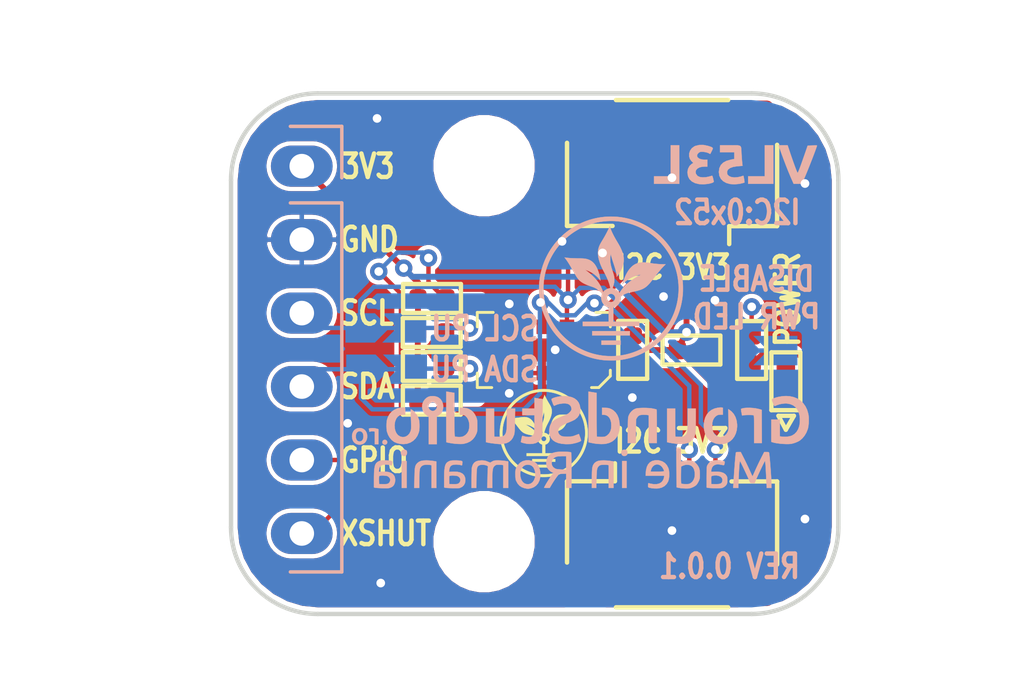
<source format=kicad_pcb>
(kicad_pcb (version 20211014) (generator pcbnew)
  (layers (0 "F.Cu" signal) (31 "B.Cu" signal) (34 "B.Paste" user) (35 "F.Paste" user) (36 "B.SilkS" user "B.Silkscreen") (37 "F.SilkS" user "F.Silkscreen") (38 "B.Mask" user) (39 "F.Mask" user) (44 "Edge.Cuts" user))
  (net 0 "")
  (net 1 "GND")
  (net 2 "+3V3")
  (net 3 "Net-(D1-Pad1)")
  (net 4 "Net-(J1-Pad2)")
  (net 5 "SCL")
  (net 6 "Net-(J2-Pad2)")
  (net 7 "SDA")
  (net 8 "Net-(J3-Pad2)")
  (net 9 "XSHUT")
  (net 10 "GPIO1")
  (net 11 "Net-(U1-Pad8)")
  (footprint "GS_Local:SH__1x04_P1.00mm_Horizontal" (layer "F.Cu") (at 132.18394 97.2278)
    (fp_text reference "X1")
    (fp_text value "SH_1x04_P1.0_H")
    (pad "0" smd roundrect locked (at 2.9972 0.127) (size 1 4.199999) (layers "F.Cu" "F.Paste" "F.Mask") (roundrect_rratio 0.208) (net 1 "GND"))
    (pad "0" smd roundrect locked (at -2.9972 0.1524) (size 1 4.199999) (layers "F.Cu" "F.Paste" "F.Mask") (roundrect_rratio 0.208) (net 1 "GND"))
    (pad "1" smd roundrect locked (at -1.5 -1.8796) (size 0.6 1.8) (layers "F.Cu" "F.Paste" "F.Mask") (net 1 "GND"))
    (pad "2" smd roundrect locked (at -0.5 -1.8796) (size 0.6 1.8) (layers "F.Cu" "F.Paste" "F.Mask") (net 2 "+3V3"))
    (pad "3" smd roundrect locked (at 0.5 -1.8796) (size 0.6 1.8) (layers "F.Cu" "F.Paste" "F.Mask") (net 7 "SDA"))
    (pad "4" smd roundrect locked (at 1.5 -1.8796) (size 0.6 1.8) (layers "F.Cu" "F.Paste" "F.Mask") (net 5 "SCL"))
  )
  (footprint "GS_Local:SH__1x04_P1.00mm_Horizontal" (layer "F.Cu") (at 132.18394 84.2278 180)
    (fp_text reference "X2")
    (fp_text value "SH_1x04_P1.0_H")
    (pad "0" smd roundrect locked (at 2.9972 0.127 180) (size 1 4.199999) (layers "F.Cu" "F.Paste" "F.Mask") (roundrect_rratio 0.208) (net 1 "GND"))
    (pad "0" smd roundrect locked (at -2.9972 0.1524 180) (size 1 4.199999) (layers "F.Cu" "F.Paste" "F.Mask") (roundrect_rratio 0.208) (net 1 "GND"))
    (pad "1" smd roundrect locked (at -1.5 -1.8796 180) (size 0.6 1.8) (layers "F.Cu" "F.Paste" "F.Mask") (net 1 "GND"))
    (pad "2" smd roundrect locked (at -0.5 -1.8796 180) (size 0.6 1.8) (layers "F.Cu" "F.Paste" "F.Mask") (net 2 "+3V3"))
    (pad "3" smd roundrect locked (at 0.5 -1.8796 180) (size 0.6 1.8) (layers "F.Cu" "F.Paste" "F.Mask") (net 7 "SDA"))
    (pad "4" smd roundrect locked (at 1.5 -1.8796 180) (size 0.6 1.8) (layers "F.Cu" "F.Paste" "F.Mask") (net 5 "SCL"))
  )
  (footprint "GS_Local:SCREW_M3" (layer "F.Cu") (at 125.68394 84.2278)
    (fp_text reference "REF**")
    (fp_text value "SCREW_M3")
    (pad "" np_thru_hole circle locked (at 0 0) (size 3.2 3.2) (drill 3.2) (layers *.Cu *.Mask))
  )
  (footprint "GS_Local:SCREW_M3" (layer "F.Cu") (at 125.68394 97.2278)
    (fp_text reference "REF**")
    (fp_text value "SCREW_M3")
    (pad "" np_thru_hole circle locked (at 0 0) (size 3.2 3.2) (drill 3.2) (layers *.Cu *.Mask))
  )
  (footprint "GS_Local:C_0402" (layer "F.Cu") (at 130.8227 90.59672 -90)
    (fp_text reference "C2")
    (fp_text value "C_0402_100nF_16V")
    (pad "1" smd roundrect locked (at -0.485 0 270) (size 0.59 0.64) (layers "F.Cu" "F.Paste" "F.Mask") (net 1 "GND"))
    (pad "2" smd roundrect locked (at 0.485 0 270) (size 0.59 0.64) (layers "F.Cu" "F.Paste" "F.Mask") (net 2 "+3V3"))
  )
  (footprint "GS_Local:R_0402" (layer "F.Cu") (at 123.8758 91.16822)
    (fp_text reference "R3")
    (fp_text value "R_0402_2.2k")
    (pad "1" smd roundrect locked (at -0.485 0) (size 0.59 0.64) (layers "F.Cu" "F.Paste" "F.Mask") (net 2 "+3V3"))
    (pad "2" smd roundrect locked (at 0.485 0) (size 0.59 0.64) (layers "F.Cu" "F.Paste" "F.Mask") (net 8 "Net-(J3-Pad2)"))
  )
  (footprint "GS_Local:C_0402" (layer "F.Cu") (at 132.8547 90.6018)
    (fp_text reference "C1")
    (fp_text value "C_0402_4.7uF_16V")
    (pad "1" smd roundrect locked (at -0.485 0) (size 0.59 0.64) (layers "F.Cu" "F.Paste" "F.Mask") (net 2 "+3V3"))
    (pad "2" smd roundrect locked (at 0.485 0) (size 0.59 0.64) (layers "F.Cu" "F.Paste" "F.Mask") (net 1 "GND"))
  )
  (footprint "GS_Local:LED_0402" (layer "F.Cu") (at 136.1186 91.6813 90)
    (fp_text reference "D1")
    (fp_text value "LED_0402_RED")
    (pad "1" smd roundrect locked (at -0.485 0 90) (size 0.59 0.64) (layers "F.Cu" "F.Paste" "F.Mask") (net 3 "Net-(D1-Pad1)"))
    (pad "2" smd roundrect locked (at 0.485 0 90) (size 0.59 0.64) (layers "F.Cu" "F.Paste" "F.Mask") (net 2 "+3V3"))
  )
  (footprint "GS_Local:R_0402" (layer "F.Cu") (at 123.88342 88.81872)
    (fp_text reference "R5")
    (fp_text value "R_0402_10k")
    (pad "1" smd roundrect locked (at -0.485 0) (size 0.59 0.64) (layers "F.Cu" "F.Paste" "F.Mask") (net 2 "+3V3"))
    (pad "2" smd roundrect locked (at 0.485 0) (size 0.59 0.64) (layers "F.Cu" "F.Paste" "F.Mask") (net 10 "GPIO1"))
  )
  (footprint "GS_Local:R_0402" (layer "F.Cu") (at 123.8758 92.33408)
    (fp_text reference "R4")
    (fp_text value "R_0402_10k")
    (pad "1" smd roundrect locked (at -0.485 0) (size 0.59 0.64) (layers "F.Cu" "F.Paste" "F.Mask") (net 2 "+3V3"))
    (pad "2" smd roundrect locked (at 0.485 0) (size 0.59 0.64) (layers "F.Cu" "F.Paste" "F.Mask") (net 9 "XSHUT"))
  )
  (footprint "GS_Local:R_0402" (layer "F.Cu") (at 123.87326 89.99474)
    (fp_text reference "R2")
    (fp_text value "R_0402_2.2k")
    (pad "1" smd roundrect locked (at -0.485 0) (size 0.59 0.64) (layers "F.Cu" "F.Paste" "F.Mask") (net 2 "+3V3"))
    (pad "2" smd roundrect locked (at 0.485 0) (size 0.59 0.64) (layers "F.Cu" "F.Paste" "F.Mask") (net 6 "Net-(J2-Pad2)"))
  )
  (footprint "GS_Local:R_0402" (layer "F.Cu") (at 134.93496 90.59912 90)
    (fp_text reference "R1")
    (fp_text value "R_0402_10k")
    (pad "1" smd roundrect locked (at -0.485 0 90) (size 0.59 0.64) (layers "F.Cu" "F.Paste" "F.Mask") (net 3 "Net-(D1-Pad1)"))
    (pad "2" smd roundrect locked (at 0.485 0 90) (size 0.59 0.64) (layers "F.Cu" "F.Paste" "F.Mask") (net 4 "Net-(J1-Pad2)"))
  )
  (footprint "GS_Branding:GS_Logo2_3x3" (layer "F.Cu") (at 127.7493 93.472)
    (fp_text reference "G***")
    (fp_text value "LOGO")
  )
  (footprint "GS_Local:VL53L0CXV0DH_1" (layer "F.Cu") (at 127.7493 90.59926 180)
    (fp_text reference "U1")
    (fp_text value "VL53L0CXV0DH/1")
    (pad "1" smd rect locked (at -1.6 -0.8 180) (size 0.5 0.5) (layers "F.Cu" "F.Paste" "F.Mask") (net 2 "+3V3"))
    (pad "2" smd rect locked (at -0.8 -0.8 180) (size 0.5 0.5) (layers "F.Cu" "F.Paste" "F.Mask") (net 1 "GND"))
    (pad "3" smd rect locked (at 0 -0.8 180) (size 0.5 0.5) (layers "F.Cu" "F.Paste" "F.Mask") (net 1 "GND"))
    (pad "4" smd rect locked (at 0.8 -0.8 180) (size 0.5 0.5) (layers "F.Cu" "F.Paste" "F.Mask") (net 1 "GND"))
    (pad "5" smd rect locked (at 1.6 -0.8 180) (size 0.5 0.5) (layers "F.Cu" "F.Paste" "F.Mask") (net 9 "XSHUT"))
    (pad "6" smd rect locked (at 1.6 0 180) (size 0.5 0.5) (layers "F.Cu" "F.Paste" "F.Mask") (net 1 "GND"))
    (pad "7" smd rect locked (at 1.6 0.8 180) (size 0.5 0.5) (layers "F.Cu" "F.Paste" "F.Mask") (net 10 "GPIO1"))
    (pad "8" smd rect locked (at 0.8 0.8 180) (size 0.5 0.5) (layers "F.Cu" "F.Paste" "F.Mask") (net 11 "Net-(U1-Pad8)"))
    (pad "9" smd rect locked (at 0 0.8 180) (size 0.5 0.5) (layers "F.Cu" "F.Paste" "F.Mask") (net 7 "SDA"))
    (pad "10" smd rect locked (at -0.8 0.8 180) (size 0.5 0.5) (layers "F.Cu" "F.Paste" "F.Mask") (net 5 "SCL"))
    (pad "11" smd rect locked (at -1.6 0.8 180) (size 0.5 0.5) (layers "F.Cu" "F.Paste" "F.Mask") (net 2 "+3V3"))
    (pad "12" smd rect locked (at -1.6 0 180) (size 0.5 0.5) (layers "F.Cu" "F.Paste" "F.Mask") (net 1 "GND"))
  )
  (footprint "GS_Local:SolderJumper_NC" (layer "B.Cu") (at 135.12038 90.61958)
    (fp_text reference "J1")
    (fp_text value "Cut to disable PWR LED")
    (fp_line (start 0.05334 0) (end 0.30988 0) (layer "B.Cu") (width 0.1524))
    (pad "1" smd custom locked (at -0.889 0) (size 0.9906 0.9906) (layers "B.Cu" "B.Mask") (net 1 "GND") (options (clearance outline) (anchor rect)) (primitives (gr_poly (pts (xy -0.508 0.508) (xy 0.508 0.508) (xy 1.016 0) (xy 0.508 -0.508) (xy -0.508 -0.508)) (width 0) (fill yes))))
    (pad "2" smd custom locked (at 0.889 0 180) (size 0.9906 0.9906) (layers "B.Cu" "B.Mask") (net 4 "Net-(J1-Pad2)") (options (clearance outline) (anchor rect)) (primitives (gr_poly (pts (xy -0.508 0.508) (xy 1.016 0.508) (xy 0.508 0) (xy 1.016 -0.508) (xy -0.508 -0.508)) (width 0) (fill yes))))
  )
  (footprint "GS_Local:SolderJumper_NC" (layer "B.Cu") (at 122.2883 89.83726)
    (fp_text reference "J2")
    (fp_text value "~")
    (fp_line (start 0.05334 0) (end 0.30988 0) (layer "B.Cu") (width 0.1524))
    (pad "1" smd custom locked (at -0.889 0) (size 0.9906 0.9906) (layers "B.Cu" "B.Mask") (net 5 "SCL") (options (clearance outline) (anchor rect)) (primitives (gr_poly (pts (xy -0.508 0.508) (xy 0.508 0.508) (xy 1.016 0) (xy 0.508 -0.508) (xy -0.508 -0.508)) (width 0) (fill yes))))
    (pad "2" smd custom locked (at 0.889 0 180) (size 0.9906 0.9906) (layers "B.Cu" "B.Mask") (net 6 "Net-(J2-Pad2)") (options (clearance outline) (anchor rect)) (primitives (gr_poly (pts (xy -0.508 0.508) (xy 1.016 0.508) (xy 0.508 0) (xy 1.016 -0.508) (xy -0.508 -0.508)) (width 0) (fill yes))))
  )
  (footprint "GS_Local:SolderJumper_NC" (layer "B.Cu") (at 122.3137 91.26474)
    (fp_text reference "J3")
    (fp_text value "~")
    (fp_line (start 0.05334 0) (end 0.30988 0) (layer "B.Cu") (width 0.1524))
    (pad "1" smd custom locked (at -0.889 0) (size 0.9906 0.9906) (layers "B.Cu" "B.Mask") (net 7 "SDA") (options (clearance outline) (anchor rect)) (primitives (gr_poly (pts (xy -0.508 0.508) (xy 0.508 0.508) (xy 1.016 0) (xy 0.508 -0.508) (xy -0.508 -0.508)) (width 0) (fill yes))))
    (pad "2" smd custom locked (at 0.889 0 180) (size 0.9906 0.9906) (layers "B.Cu" "B.Mask") (net 8 "Net-(J3-Pad2)") (options (clearance outline) (anchor rect)) (primitives (gr_poly (pts (xy -0.508 0.508) (xy 1.016 0.508) (xy 0.508 0) (xy 1.016 -0.508) (xy -0.508 -0.508)) (width 0) (fill yes))))
  )
  (footprint "GS_Local:PinHeader_1x06_P2.54mm_Vertical_Male" (layer "B.Cu") (at 119.38 84.24418 180)
    (fp_text reference "J4")
    (fp_text value "PinHeader_1x06_P2.54_V_M")
    (pad "1" thru_hole oval locked (at 0 0 180) (size 2.1336 1.4224) (drill 0.849884) (layers *.Cu *.Mask) (net 2 "+3V3"))
    (pad "2" thru_hole oval locked (at 0 -2.54 180) (size 2.1336 1.4224) (drill 0.849884) (layers *.Cu *.Mask) (net 1 "GND"))
    (pad "3" thru_hole oval locked (at 0 -5.08 180) (size 2.1336 1.4224) (drill 0.849884) (layers *.Cu *.Mask) (net 5 "SCL"))
    (pad "4" thru_hole oval locked (at 0 -7.62 180) (size 2.1336 1.4224) (drill 0.849884) (layers *.Cu *.Mask) (net 7 "SDA"))
    (pad "5" thru_hole oval locked (at 0 -10.16 180) (size 2.1336 1.4224) (drill 0.849884) (layers *.Cu *.Mask) (net 10 "GPIO1"))
    (pad "6" thru_hole oval locked (at 0 -12.7 180) (size 2.1336 1.4224) (drill 0.849884) (layers *.Cu *.Mask) (net 9 "XSHUT"))
  )
  (footprint "GS_Branding:GS_.ro_1.2x0.6" (layer "B.Cu") (at 121.72696 93.5863 180)
    (fp_text reference "G***")
    (fp_text value "LOGO")
  )
  (footprint "GS_Branding:GS_GroundStudio_14.6x1.8" (layer "B.Cu") (at 129.61112 92.94114 180)
    (fp_text reference "G***")
    (fp_text value "LOGO")
  )
  (footprint "GS_Branding:GS_Made in Romania_13.8x1.4" (layer "B.Cu") (at 128.76276 94.6785 180)
    (fp_text reference "G***")
    (fp_text value "LOGO")
  )
  (footprint "GS_Branding:GS_Logo2_5x5" (layer "B.Cu") (at 130.0734 88.47582 180)
    (fp_text reference "G***")
    (fp_text value "LOGO")
  )
  (footprint "GS_Branding:VL53L0CX" (layer "B.Cu") (at 132.55244 84.19846 180)
    (fp_text reference "G***")
    (fp_text value "LOGO")
  )
  (gr_line (start 116.93394 96.7278) (end 116.93394 84.7278) (layer "Edge.Cuts") (width 0.1524))
  (gr_line (start 137.93394 84.7278) (end 137.93394 96.7278) (layer "Edge.Cuts") (width 0.1524))
  (gr_arc (start 116.93394 84.7278) (mid 117.81262 82.60648) (end 119.93394 81.7278) (layer "Edge.Cuts") (width 0.1524))
  (gr_arc (start 119.93394 99.7278) (mid 117.81262 98.84912) (end 116.93394 96.7278) (layer "Edge.Cuts") (width 0.1524))
  (gr_arc (start 137.93394 96.7278) (mid 137.05526 98.84912) (end 134.93394 99.7278) (layer "Edge.Cuts") (width 0.1524))
  (gr_line (start 119.93394 81.7278) (end 134.93394 81.7278) (layer "Edge.Cuts") (width 0.1524))
  (gr_line (start 134.93394 99.7278) (end 119.93394 99.7278) (layer "Edge.Cuts") (width 0.1524))
  (gr_arc (start 134.93394 81.7278) (mid 137.05526 82.60648) (end 137.93394 84.7278) (layer "Edge.Cuts") (width 0.1524))
  (gr_text "DISABLE\nPWR LED" (at 135.1026 88.80094) (layer "B.SilkS") (effects (font (size 0.8128 0.6604) (thickness 0.1524)) (justify mirror)))
  (gr_text "SDA PU" (at 125.7046 91.2749) (layer "B.SilkS") (effects (font (size 0.8128 0.6604) (thickness 0.1524)) (justify mirror)))
  (gr_text "SCL PU" (at 125.71476 89.86266) (layer "B.SilkS") (effects (font (size 0.8128 0.6604) (thickness 0.1524)) (justify mirror)))
  (gr_text "I2C:0x52" (at 134.43712 85.84438) (layer "B.SilkS") (effects (font (size 0.8128 0.6604) (thickness 0.1524)) (justify mirror)))
  (gr_text "REV 0.0.1" (at 134.16788 98.0821) (layer "B.SilkS") (effects (font (size 0.8128 0.6604) (thickness 0.1524)) (justify mirror)))
  (gr_text "POWER" (at 136.17956 88.84666 90) (layer "F.SilkS") (effects (font (size 0.8128 0.635) (thickness 0.1524))))
  (gr_text "GND" (at 121.71426 86.78164) (layer "F.SilkS") (effects (font (size 0.8128 0.6604) (thickness 0.1524))))
  (gr_text "SCL" (at 121.63298 89.32418) (layer "F.SilkS") (effects (font (size 0.8128 0.6604) (thickness 0.1524))))
  (gr_text "SDA" (at 121.64822 91.86418) (layer "F.SilkS") (effects (font (size 0.8128 0.6604) (thickness 0.1524))))
  (gr_text "GPIO" (at 121.86666 94.41434) (layer "F.SilkS") (effects (font (size 0.8128 0.6604) (thickness 0.1524))))
  (gr_text "XSHUT" (at 122.2629 96.94418) (layer "F.SilkS") (effects (font (size 0.8128 0.6604) (thickness 0.1524))))
  (gr_text "I2C 3V3" (at 132.23748 87.73922) (layer "F.SilkS") (effects (font (size 0.8128 0.6604) (thickness 0.1524))))
  (gr_text "3V3" (at 121.66092 84.24926) (layer "F.SilkS") (effects (font (size 0.8128 0.6604) (thickness 0.1524))))
  (gr_text "I2C 3V3" (at 132.18668 93.74418) (layer "F.SilkS") (effects (font (size 0.8128 0.6604) (thickness 0.1524))))
  (via (at 131.8895 88.75268) (size 0.6) (drill 0.3) (layers "F.Cu" "B.Cu") (net 1))
  (via (at 133.6675 88.87968) (size 0.6) (drill 0.3) (layers "F.Cu" "B.Cu") (net 1))
  (via (at 122.1105 98.65868) (size 0.6) (drill 0.3) (layers "F.Cu" "B.Cu") (net 1))
  (via (at 121.9835 82.59318) (size 0.6) (drill 0.3) (layers "F.Cu" "B.Cu") (net 1))
  (via (at 130.81 92.24518) (size 0.6) (drill 0.3) (layers "F.Cu" "B.Cu") (net 1))
  (via (at 126.5555 89.00668) (size 0.6) (drill 0.3) (layers "F.Cu" "B.Cu") (net 1))
  (via (at 126.55296 92.09786) (size 0.6) (drill 0.3) (layers "F.Cu" "B.Cu") (net 1))
  (via (at 129.78 87.24418) (size 0.6) (drill 0.3) (layers "F.Cu" "B.Cu") (net 1))
  (via (at 128.38 86.84418) (size 0.6) (drill 0.3) (layers "F.Cu" "B.Cu") (net 1))
  (via (at 136.78 84.84418) (size 0.6) (drill 0.3) (layers "F.Cu" "B.Cu") (net 1))
  (via (at 136.78 96.44418) (size 0.6) (drill 0.3) (layers "F.Cu" "B.Cu") (net 1))
  (via (at 132.18 84.64418) (size 0.6) (drill 0.3) (layers "F.Cu" "B.Cu") (net 1))
  (via (at 132.18 96.84418) (size 0.6) (drill 0.3) (layers "F.Cu" "B.Cu") (net 1))
  (via (at 120.9675 93.13418) (size 0.6) (drill 0.3) (layers "F.Cu" "B.Cu") (net 1))
  (via (at 128.143 90.59418) (size 0.6) (drill 0.3) (layers "F.Cu" "B.Cu") (net 1))
  (segment (start 122.90425 87.76843) (end 119.38 84.24418) (width 0.2032) (layer "F.Cu") (net 2))
  (segment (start 132.0672 90.6018) (end 131.30262 90.6018) (width 0.2032) (layer "F.Cu") (net 2))
  (segment (start 131.30262 90.6018) (end 130.8227 91.08172) (width 0.2032) (layer "F.Cu") (net 2))
  (segment (start 123.3908 89.99728) (end 123.38826 89.99474) (width 0.2032) (layer "F.Cu") (net 2))
  (segment (start 123.3908 91.16822) (end 123.3908 89.99728) (width 0.2032) (layer "F.Cu") (net 2))
  (segment (start 132.0672 90.6018) (end 132.4229 90.6018) (width 0.2032) (layer "F.Cu") (net 2))
  (segment (start 132.4229 90.6018) (end 133.506729 91.685629) (width 0.2032) (layer "F.Cu") (net 2))
  (segment (start 123.39842 88.81872) (end 123.39842 89.98458) (width 0.2032) (layer "F.Cu") (net 2))
  (segment (start 132.0672 90.6018) (end 132.3697 90.6018) (width 0.2032) (layer "F.Cu") (net 2))
  (segment (start 131.68394 95.3482) (end 131.68394 91.94296) (width 0.2032) (layer "F.Cu") (net 2))
  (segment (start 123.39842 88.81872) (end 123.39842 88.2626) (width 0.2032) (layer "F.Cu") (net 2))
  (segment (start 133.506729 91.685629) (end 135.629271 91.685629) (width 0.2032) (layer "F.Cu") (net 2))
  (segment (start 129.3493 89.79926) (end 129.54024 89.79926) (width 0.2032) (layer "F.Cu") (net 2))
  (segment (start 132.68394 89.98506) (end 132.68394 86.1074) (width 0.2032) (layer "F.Cu") (net 2))
  (segment (start 132.3697 90.6018) (end 132.68394 89.98506) (width 0.2032) (layer "F.Cu") (net 2))
  (segment (start 123.39842 88.2626) (end 122.90425 87.76843) (width 0.2032) (layer "F.Cu") (net 2))
  (segment (start 123.39842 89.98458) (end 123.38826 89.99474) (width 0.2032) (layer "F.Cu") (net 2))
  (segment (start 130.50516 91.39926) (end 130.8227 91.08172) (width 0.2032) (layer "F.Cu") (net 2))
  (segment (start 123.3908 92.33408) (end 123.3908 91.16822) (width 0.2032) (layer "F.Cu") (net 2))
  (segment (start 131.68394 91.94296) (end 130.8227 91.08172) (width 0.2032) (layer "F.Cu") (net 2))
  (segment (start 129.54024 89.79926) (end 130.8227 91.08172) (width 0.2032) (layer "F.Cu") (net 2))
  (segment (start 135.629271 91.685629) (end 136.1186 91.1963) (width 0.2032) (layer "F.Cu") (net 2))
  (segment (start 129.3493 91.39926) (end 130.50516 91.39926) (width 0.2032) (layer "F.Cu") (net 2))
  (via (at 132.68394 89.98506) (size 0.6) (drill 0.3) (layers "F.Cu" "B.Cu") (net 2))
  (via (at 122.90425 87.76843) (size 0.6) (drill 0.3) (layers "F.Cu" "B.Cu") (net 2))
  (segment (start 123.204249 88.068429) (end 129.998749 88.068429) (width 0.2032) (layer "B.Cu") (net 2))
  (segment (start 122.90425 87.76843) (end 123.204249 88.068429) (width 0.2032) (layer "B.Cu") (net 2))
  (segment (start 131.91538 89.98506) (end 132.68394 89.98506) (width 0.2032) (layer "B.Cu") (net 2))
  (segment (start 129.998749 88.068429) (end 131.91538 89.98506) (width 0.2032) (layer "B.Cu") (net 2))
  (segment (start 136.66721 91.61769) (end 136.1186 92.1663) (width 0.1524) (layer "F.Cu") (net 3))
  (segment (start 135.34639 90.67269) (end 136.44689 90.67269) (width 0.1524) (layer "F.Cu") (net 3))
  (segment (start 136.66721 90.89301) (end 136.66721 91.61769) (width 0.1524) (layer "F.Cu") (net 3))
  (segment (start 136.44689 90.67269) (end 136.66721 90.89301) (width 0.1524) (layer "F.Cu") (net 3))
  (segment (start 134.93496 91.08412) (end 135.34639 90.67269) (width 0.1524) (layer "F.Cu") (net 3))
  (segment (start 134.93496 89.11082) (end 134.9375 89.10828) (width 0.1524) (layer "F.Cu") (net 4))
  (segment (start 134.93496 90.11412) (end 134.93496 89.11082) (width 0.1524) (layer "F.Cu") (net 4))
  (via (at 134.9375 89.10828) (size 0.6) (drill 0.3) (layers "F.Cu" "B.Cu") (net 4))
  (segment (start 135.6868 89.10828) (end 136.00938 89.43086) (width 0.1524) (layer "B.Cu") (net 4))
  (segment (start 134.9375 89.10828) (end 135.6868 89.10828) (width 0.1524) (layer "B.Cu") (net 4))
  (segment (start 136.00938 89.43086) (end 136.00938 90.61958) (width 0.1524) (layer "B.Cu") (net 4))
  (segment (start 130.11678 86.1074) (end 128.5875 87.63668) (width 0.1524) (layer "F.Cu") (net 5))
  (segment (start 128.5875 87.63668) (end 128.5875 88.86698) (width 0.1524) (layer "F.Cu") (net 5))
  (segment (start 128.5493 88.90518) (end 128.5875 88.86698) (width 0.1524) (layer "F.Cu") (net 5))
  (segment (start 133.68394 94.04418) (end 133.68394 95.3482) (width 0.1524) (layer "F.Cu") (net 5))
  (segment (start 130.68394 86.1074) (end 130.11678 86.1074) (width 0.1524) (layer "F.Cu") (net 5))
  (segment (start 128.5493 89.79926) (end 128.5493 88.90518) (width 0.1524) (layer "F.Cu") (net 5))
  (via (at 133.68394 94.04418) (size 0.6) (drill 0.3) (layers "F.Cu" "B.Cu") (net 5))
  (via (at 128.5875 88.86698) (size 0.6) (drill 0.3) (layers "F.Cu" "B.Cu") (net 5))
  (segment (start 121.3993 89.83726) (end 119.89308 89.83726) (width 0.1524) (layer "B.Cu") (net 5))
  (segment (start 128.135099 88.414579) (end 121.877101 88.414579) (width 0.1524) (layer "B.Cu") (net 5))
  (segment (start 119.89308 89.83726) (end 119.38 89.32418) (width 0.1524) (layer "B.Cu") (net 5))
  (segment (start 129.002667 88.451813) (end 129.8187 88.451813) (width 0.1524) (layer "B.Cu") (net 5))
  (segment (start 133.68394 93.619916) (end 133.68394 94.04418) (width 0.1524) (layer "B.Cu") (net 5))
  (segment (start 121.877101 88.414579) (end 121.3993 88.89238) (width 0.1524) (layer "B.Cu") (net 5))
  (segment (start 121.3993 88.89238) (end 121.3993 89.83726) (width 0.1524) (layer "B.Cu") (net 5))
  (segment (start 133.18 93.115976) (end 133.68394 93.619916) (width 0.1524) (layer "B.Cu") (net 5))
  (segment (start 128.5875 88.86698) (end 129.002667 88.451813) (width 0.1524) (layer "B.Cu") (net 5))
  (segment (start 128.5875 88.86698) (end 128.135099 88.414579) (width 0.1524) (layer "B.Cu") (net 5))
  (segment (start 129.8187 88.451813) (end 133.18 91.813113) (width 0.1524) (layer "B.Cu") (net 5))
  (segment (start 133.18 91.813113) (end 133.18 93.115976) (width 0.1524) (layer "B.Cu") (net 5))
  (segment (start 124.50882 89.84418) (end 124.35826 89.99474) (width 0.1524) (layer "F.Cu") (net 6))
  (segment (start 125.18 89.84418) (end 124.50882 89.84418) (width 0.1524) (layer "F.Cu") (net 6))
  (via (at 125.18 89.84418) (size 0.6) (drill 0.3) (layers "F.Cu" "B.Cu") (net 6))
  (segment (start 125.17308 89.83726) (end 125.18 89.84418) (width 0.1524) (layer "B.Cu") (net 6))
  (segment (start 123.1773 89.83726) (end 125.17308 89.83726) (width 0.1524) (layer "B.Cu") (net 6))
  (segment (start 130.043766 88.980414) (end 129.501034 88.980414) (width 0.1524) (layer "F.Cu") (net 7))
  (segment (start 132.78 95.25214) (end 132.68394 95.3482) (width 0.1524) (layer "F.Cu") (net 7))
  (segment (start 132.78 94.04418) (end 132.78 95.25214) (width 0.1524) (layer "F.Cu") (net 7))
  (segment (start 127.7493 89.79926) (end 127.7493 89.07018) (width 0.1524) (layer "F.Cu") (net 7))
  (segment (start 127.7493 89.07018) (end 127.635 88.95588) (width 0.1524) (layer "F.Cu") (net 7))
  (segment (start 131.68394 86.1074) (end 131.68394 87.34024) (width 0.1524) (layer "F.Cu") (net 7))
  (segment (start 131.68394 87.34024) (end 130.043766 88.980414) (width 0.1524) (layer "F.Cu") (net 7))
  (via (at 132.78 94.04418) (size 0.6) (drill 0.3) (layers "F.Cu" "B.Cu") (net 7))
  (via (at 129.501034 88.980414) (size 0.6) (drill 0.3) (layers "F.Cu" "B.Cu") (net 7))
  (via (at 127.635 88.95588) (size 0.6) (drill 0.3) (layers "F.Cu" "B.Cu") (net 7))
  (segment (start 121.8184 92.65158) (end 127.07112 92.65158) (width 0.1524) (layer "B.Cu") (net 7))
  (segment (start 129.501034 88.980414) (end 129.916234 88.980414) (width 0.1524) (layer "B.Cu") (net 7))
  (segment (start 128.3462 89.40038) (end 128.8288 89.40038) (width 0.1524) (layer "B.Cu") (net 7))
  (segment (start 121.4247 91.26474) (end 121.4247 92.25788) (width 0.1524) (layer "B.Cu") (net 7))
  (segment (start 121.4247 91.26474) (end 119.97944 91.26474) (width 0.1524) (layer "B.Cu") (net 7))
  (segment (start 127.614399 88.976481) (end 127.635 88.95588) (width 0.1524) (layer "B.Cu") (net 7))
  (segment (start 119.97944 91.26474) (end 119.38 91.86418) (width 0.1524) (layer "B.Cu") (net 7))
  (segment (start 127.635 88.95588) (end 127.9017 88.95588) (width 0.1524) (layer "B.Cu") (net 7))
  (segment (start 129.248766 88.980414) (end 129.501034 88.980414) (width 0.1524) (layer "B.Cu") (net 7))
  (segment (start 128.8288 89.40038) (end 129.248766 88.980414) (width 0.1524) (layer "B.Cu") (net 7))
  (segment (start 132.78 91.84418) (end 132.78 94.04418) (width 0.1524) (layer "B.Cu") (net 7))
  (segment (start 127.9017 88.95588) (end 128.3462 89.40038) (width 0.1524) (layer "B.Cu") (net 7))
  (segment (start 121.4247 92.25788) (end 121.8184 92.65158) (width 0.1524) (layer "B.Cu") (net 7))
  (segment (start 127.614399 92.108301) (end 127.614399 88.976481) (width 0.1524) (layer "B.Cu") (net 7))
  (segment (start 127.07112 92.65158) (end 127.614399 92.108301) (width 0.1524) (layer "B.Cu") (net 7))
  (segment (start 129.916234 88.980414) (end 132.78 91.84418) (width 0.1524) (layer "B.Cu") (net 7))
  (segment (start 124.43676 91.24418) (end 124.3608 91.16822) (width 0.1524) (layer "F.Cu") (net 8))
  (segment (start 125.18 91.24418) (end 124.43676 91.24418) (width 0.1524) (layer "F.Cu") (net 8))
  (via (at 125.18 91.24418) (size 0.6) (drill 0.3) (layers "F.Cu" "B.Cu") (net 8))
  (segment (start 123.2027 91.26474) (end 123.22326 91.24418) (width 0.1524) (layer "B.Cu") (net 8))
  (segment (start 123.22326 91.24418) (end 125.18 91.24418) (width 0.1524) (layer "B.Cu") (net 8))
  (segment (start 119.7507 96.94418) (end 124.3608 92.33408) (width 0.1524) (layer "F.Cu") (net 9))
  (segment (start 124.3608 92.33408) (end 125.47243 92.33408) (width 0.1524) (layer "F.Cu") (net 9))
  (segment (start 125.47243 92.33408) (end 126.1493 91.65721) (width 0.1524) (layer "F.Cu") (net 9))
  (segment (start 119.38 96.94418) (end 119.7507 96.94418) (width 0.1524) (layer "F.Cu") (net 9))
  (segment (start 126.1493 91.65721) (end 126.1493 91.39926) (width 0.1524) (layer "F.Cu") (net 9))
  (segment (start 124.32538 88.81872) (end 124.36842 88.81872) (width 0.1524) (layer "F.Cu") (net 10))
  (segment (start 123.7615 88.25484) (end 124.32538 88.81872) (width 0.1524) (layer "F.Cu") (net 10))
  (segment (start 119.38 94.40418) (end 121.859634 94.40418) (width 0.1524) (layer "F.Cu") (net 10))
  (segment (start 125.57116 88.81872) (end 126.1493 89.39686) (width 0.1524) (layer "F.Cu") (net 10))
  (segment (start 121.859634 94.40418) (end 122.809 93.454814) (width 0.1524) (layer "F.Cu") (net 10))
  (segment (start 123.7615 87.41918) (end 123.7615 88.25484) (width 0.1524) (layer "F.Cu") (net 10))
  (segment (start 122.809 88.652694) (end 122.042275 87.885969) (width 0.1524) (layer "F.Cu") (net 10))
  (segment (start 124.36842 88.81872) (end 125.57116 88.81872) (width 0.1524) (layer "F.Cu") (net 10))
  (segment (start 122.809 93.454814) (end 122.809 88.652694) (width 0.1524) (layer "F.Cu") (net 10))
  (segment (start 126.1493 89.39686) (end 126.1493 89.79926) (width 0.1524) (layer "F.Cu") (net 10))
  (via (at 122.042275 87.885969) (size 0.6) (drill 0.3) (layers "F.Cu" "B.Cu") (net 10))
  (via (at 123.7615 87.41918) (size 0.6) (drill 0.3) (layers "F.Cu" "B.Cu") (net 10))
  (segment (start 123.7615 87.41918) (end 123.57354 87.23122) (width 0.1524) (layer "B.Cu") (net 10))
  (segment (start 123.57354 87.23122) (end 122.682 87.23122) (width 0.1524) (layer "B.Cu") (net 10))
  (segment (start 122.042275 87.870945) (end 122.042275 87.885969) (width 0.1524) (layer "B.Cu") (net 10))
  (segment (start 122.682 87.23122) (end 122.042275 87.870945) (width 0.1524) (layer "B.Cu") (net 10))
  (zone (net 1) (net_name "GND") (layer "F.Cu") (connect_pads (clearance 0.1524)) (min_thickness 0.1524) (fill yes (thermal_gap 0.1524) (thermal_bridge_width 0.15494))
    (polygon (pts (xy 138.176 99.99218) (xy 116.586 99.99218) (xy 116.586 81.45018) (xy 138.176 81.45018)))
  )
  (zone (net 1) (net_name "GND") (layer "B.Cu") (connect_pads (clearance 0.1524)) (min_thickness 0.1524) (fill yes (thermal_gap 0.1524) (thermal_bridge_width 0.15494))
    (polygon (pts (xy 138.176 99.99218) (xy 116.586 99.99218) (xy 116.586 81.45018) (xy 138.176 81.45018)))
  )
)
</source>
